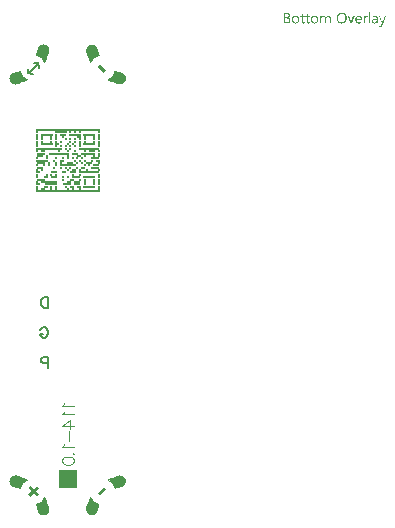
<source format=gbo>
G04*
G04 #@! TF.GenerationSoftware,Altium Limited,Altium Designer,22.4.2 (48)*
G04*
G04 Layer_Color=32896*
%FSAX45Y45*%
%MOMM*%
G71*
G04*
G04 #@! TF.SameCoordinates,69EBC29A-0566-45BE-847E-5E5AA8F2F2B9*
G04*
G04*
G04 #@! TF.FilePolarity,Positive*
G04*
G01*
G75*
%ADD10C,0.10000*%
%ADD11C,0.33000*%
%ADD12C,1.00000*%
%ADD13C,0.20000*%
%ADD14C,0.17000*%
%ADD32R,1.59218X1.57501*%
%ADD33R,5.40000X0.20000*%
%ADD34R,0.20000X0.20000*%
%ADD35R,1.00000X0.20000*%
%ADD36R,0.60000X0.20000*%
%ADD37R,0.40000X0.20000*%
%ADD38R,0.20000X0.20000*%
%ADD39R,0.20000X0.20000*%
%ADD40R,0.40000X0.20000*%
%ADD41R,1.80000X0.20000*%
%ADD42R,2.20000X0.20000*%
%ADD43R,0.60000X0.20000*%
%ADD44R,1.20000X0.20000*%
%ADD45R,0.80000X0.20000*%
%ADD46R,0.40000X0.20000*%
%ADD47R,0.60000X0.20000*%
%ADD48R,0.80000X0.20000*%
%ADD49R,1.40000X0.20000*%
%ADD50R,0.40000X0.20000*%
%ADD51R,0.80000X0.20000*%
%ADD52R,1.00000X0.20000*%
G36*
X-000288727Y000228860D02*
X-000261797Y000255790D01*
X-000243844Y000237837D01*
X-000270774Y000210907D01*
X-000243936Y000184069D01*
X-000261889Y000166115D01*
X-000288727Y000192954D01*
X-000315840Y000165841D01*
X-000333794Y000183794D01*
X-000306681Y000210907D01*
X-000333885Y000238112D01*
X-000315932Y000256065D01*
X-000288727Y000228860D01*
D02*
G37*
G36*
X000324826Y000224827D02*
X000275173Y000175174D01*
X000255152Y000195195D01*
X000304805Y000244848D01*
X000324826Y000224827D01*
D02*
G37*
G36*
X000324826Y003775173D02*
X000304805Y003755152D01*
X000255151Y003804805D01*
X000275173Y003824826D01*
X000324826Y003775173D01*
D02*
G37*
G36*
X002207831Y004237625D02*
X002208302D01*
X002208852Y004237547D01*
X002210186Y004237311D01*
X002211756Y004236919D01*
X002213561Y004236369D01*
X002215445Y004235506D01*
X002217407Y004234486D01*
X002218427Y004233779D01*
X002219369Y004233073D01*
X002220311Y004232288D01*
X002221253Y004231346D01*
X002222194Y004230326D01*
X002223058Y004229227D01*
X002223843Y004228050D01*
X002224628Y004226715D01*
X002225334Y004225303D01*
X002225962Y004223733D01*
X002226511Y004222085D01*
X002227061Y004220280D01*
X002227375Y004218396D01*
X002227688Y004216277D01*
X002227845Y004214079D01*
X002227924Y004211725D01*
Y004172482D01*
X002217721D01*
Y004209056D01*
Y004209213D01*
Y004209527D01*
Y004210076D01*
X002217642Y004210783D01*
Y004211646D01*
X002217564Y004212666D01*
X002217485Y004213765D01*
X002217328Y004214943D01*
X002216936Y004217454D01*
X002216308Y004219966D01*
X002215994Y004221221D01*
X002215523Y004222320D01*
X002214974Y004223419D01*
X002214424Y004224361D01*
Y004224439D01*
X002214267Y004224596D01*
X002214110Y004224832D01*
X002213796Y004225067D01*
X002213482Y004225460D01*
X002213012Y004225852D01*
X002212462Y004226245D01*
X002211834Y004226715D01*
X002211128Y004227186D01*
X002210343Y004227579D01*
X002209401Y004227971D01*
X002208459Y004228364D01*
X002207361Y004228599D01*
X002206105Y004228835D01*
X002204849Y004228992D01*
X002203436Y004229070D01*
X002202808D01*
X002202337Y004228992D01*
X002201788Y004228913D01*
X002201160Y004228756D01*
X002199590Y004228364D01*
X002198727Y004228050D01*
X002197864Y004227579D01*
X002196922Y004227108D01*
X002196059Y004226558D01*
X002195117Y004225852D01*
X002194175Y004225067D01*
X002193233Y004224125D01*
X002192370Y004223105D01*
X002192291Y004223027D01*
X002192213Y004222870D01*
X002191977Y004222477D01*
X002191663Y004222085D01*
X002191349Y004221457D01*
X002190957Y004220751D01*
X002190486Y004219966D01*
X002190094Y004219102D01*
X002189701Y004218082D01*
X002189230Y004216983D01*
X002188838Y004215806D01*
X002188524Y004214550D01*
X002188210Y004213216D01*
X002188053Y004211803D01*
X002187896Y004210390D01*
X002187818Y004208821D01*
Y004172482D01*
X002177614D01*
Y004210312D01*
Y004210390D01*
Y004210547D01*
Y004210783D01*
Y004211097D01*
X002177536Y004211568D01*
Y004212039D01*
X002177379Y004213216D01*
X002177143Y004214629D01*
X002176830Y004216277D01*
X002176437Y004217925D01*
X002175809Y004219730D01*
X002175024Y004221457D01*
X002174083Y004223105D01*
X002172905Y004224753D01*
X002171492Y004226166D01*
X002169844Y004227343D01*
X002168902Y004227814D01*
X002167882Y004228285D01*
X002166783Y004228599D01*
X002165685Y004228835D01*
X002164429Y004228992D01*
X002163094Y004229070D01*
X002162467D01*
X002161996Y004228992D01*
X002161368Y004228913D01*
X002160740Y004228756D01*
X002159170Y004228364D01*
X002158307Y004228050D01*
X002157443Y004227657D01*
X002156502Y004227265D01*
X002155560Y004226715D01*
X002154618Y004226009D01*
X002153676Y004225303D01*
X002152813Y004224439D01*
X002151949Y004223419D01*
X002151871Y004223341D01*
X002151792Y004223184D01*
X002151557Y004222870D01*
X002151243Y004222399D01*
X002150929Y004221849D01*
X002150615Y004221221D01*
X002150223Y004220437D01*
X002149830Y004219495D01*
X002149359Y004218474D01*
X002148967Y004217376D01*
X002148653Y004216198D01*
X002148339Y004214943D01*
X002148025Y004213530D01*
X002147790Y004212039D01*
X002147711Y004210469D01*
X002147633Y004208821D01*
Y004172482D01*
X002137430D01*
Y004236212D01*
X002147633D01*
Y004226088D01*
X002147868D01*
X002147947Y004226245D01*
X002148182Y004226558D01*
X002148575Y004227186D01*
X002149124Y004227893D01*
X002149830Y004228756D01*
X002150694Y004229776D01*
X002151714Y004230797D01*
X002152891Y004231896D01*
X002154226Y004232994D01*
X002155717Y004234015D01*
X002157365Y004235035D01*
X002159092Y004235898D01*
X002161054Y004236605D01*
X002163173Y004237233D01*
X002165371Y004237547D01*
X002167725Y004237703D01*
X002168353D01*
X002168824Y004237625D01*
X002169373D01*
X002170080Y004237547D01*
X002170786Y004237390D01*
X002171571Y004237233D01*
X002173376Y004236840D01*
X002175260Y004236134D01*
X002177143Y004235270D01*
X002178085Y004234643D01*
X002179027Y004234015D01*
X002179106Y004233936D01*
X002179263Y004233858D01*
X002179498Y004233622D01*
X002179812Y004233387D01*
X002180675Y004232523D01*
X002181696Y004231503D01*
X002182794Y004230090D01*
X002183893Y004228442D01*
X002184914Y004226558D01*
X002185698Y004224439D01*
X002185777Y004224596D01*
X002186012Y004224989D01*
X002186483Y004225695D01*
X002187033Y004226480D01*
X002187818Y004227500D01*
X002188681Y004228678D01*
X002189780Y004229855D01*
X002191035Y004231111D01*
X002192448Y004232288D01*
X002194018Y004233544D01*
X002195745Y004234643D01*
X002197628Y004235663D01*
X002199747Y004236448D01*
X002201945Y004237154D01*
X002204378Y004237547D01*
X002206890Y004237703D01*
X002207439D01*
X002207831Y004237625D01*
D02*
G37*
G36*
X002534490Y004237233D02*
X002535354D01*
X002536295Y004237076D01*
X002537316Y004236919D01*
X002538336Y004236762D01*
X002539199Y004236448D01*
Y004225852D01*
X002539042Y004225931D01*
X002538728Y004226166D01*
X002538101Y004226480D01*
X002537237Y004226872D01*
X002536060Y004227265D01*
X002534804Y004227579D01*
X002533234Y004227814D01*
X002531429Y004227893D01*
X002530801D01*
X002530330Y004227814D01*
X002529781Y004227736D01*
X002529153Y004227579D01*
X002527662Y004227108D01*
X002526799Y004226794D01*
X002525935Y004226402D01*
X002524993Y004225852D01*
X002524052Y004225303D01*
X002523188Y004224596D01*
X002522246Y004223733D01*
X002521383Y004222791D01*
X002520520Y004221692D01*
X002520441Y004221614D01*
X002520363Y004221378D01*
X002520127Y004221064D01*
X002519813Y004220594D01*
X002519499Y004219966D01*
X002519107Y004219181D01*
X002518715Y004218317D01*
X002518322Y004217297D01*
X002517930Y004216198D01*
X002517537Y004214943D01*
X002517145Y004213530D01*
X002516831Y004212039D01*
X002516517Y004210390D01*
X002516281Y004208664D01*
X002516203Y004206858D01*
X002516125Y004204896D01*
Y004172482D01*
X002505921D01*
Y004236212D01*
X002516125D01*
Y004223027D01*
X002516360D01*
Y004223105D01*
X002516438Y004223341D01*
X002516595Y004223654D01*
X002516752Y004224125D01*
X002516988Y004224675D01*
X002517302Y004225381D01*
X002518008Y004226872D01*
X002518950Y004228599D01*
X002520127Y004230326D01*
X002521462Y004231974D01*
X002523031Y004233544D01*
X002523110Y004233622D01*
X002523267Y004233701D01*
X002523502Y004233858D01*
X002523816Y004234172D01*
X002524209Y004234407D01*
X002524758Y004234721D01*
X002525935Y004235427D01*
X002527426Y004236134D01*
X002529153Y004236762D01*
X002531037Y004237154D01*
X002532057Y004237233D01*
X002533077Y004237311D01*
X002533705D01*
X002534490Y004237233D01*
D02*
G37*
G36*
X002667367Y004162278D02*
Y004162200D01*
X002667289Y004162043D01*
X002667132Y004161808D01*
X002666975Y004161415D01*
X002666818Y004160944D01*
X002666582Y004160473D01*
X002665954Y004159217D01*
X002665091Y004157726D01*
X002664149Y004156000D01*
X002662972Y004154273D01*
X002661638Y004152389D01*
X002660146Y004150584D01*
X002658498Y004148779D01*
X002656693Y004147052D01*
X002654731Y004145561D01*
X002652612Y004144305D01*
X002651513Y004143834D01*
X002650336Y004143363D01*
X002649158Y004142971D01*
X002647903Y004142735D01*
X002646647Y004142578D01*
X002645312Y004142500D01*
X002644685D01*
X002643900Y004142578D01*
X002642958D01*
X002641938Y004142735D01*
X002640839Y004142892D01*
X002639661Y004143049D01*
X002638641Y004143363D01*
Y004152468D01*
X002638798Y004152389D01*
X002639191Y004152311D01*
X002639818Y004152154D01*
X002640603Y004151918D01*
X002641545Y004151683D01*
X002642565Y004151526D01*
X002643664Y004151447D01*
X002644685Y004151369D01*
X002644999D01*
X002645391Y004151447D01*
X002645940Y004151526D01*
X002646568Y004151683D01*
X002647353Y004151840D01*
X002648138Y004152154D01*
X002649080Y004152546D01*
X002649943Y004153017D01*
X002650963Y004153645D01*
X002651905Y004154351D01*
X002652847Y004155215D01*
X002653789Y004156314D01*
X002654731Y004157491D01*
X002655516Y004158904D01*
X002656301Y004160552D01*
X002661402Y004172560D01*
X002636522Y004236212D01*
X002647824D01*
X002665091Y004187159D01*
Y004187080D01*
X002665169Y004186923D01*
X002665248Y004186688D01*
X002665405Y004186217D01*
X002665562Y004185589D01*
X002665719Y004184725D01*
X002666033Y004183627D01*
X002666347Y004182292D01*
X002666739D01*
Y004182371D01*
X002666818Y004182606D01*
X002666896Y004182920D01*
X002667053Y004183470D01*
X002667210Y004184098D01*
X002667367Y004184882D01*
X002667681Y004185903D01*
X002667995Y004187002D01*
X002686125Y004236212D01*
X002696642D01*
X002667367Y004162278D01*
D02*
G37*
G36*
X002402948Y004172482D02*
X002392901D01*
X002368806Y004236212D01*
X002379951D01*
X002396198Y004189906D01*
Y004189827D01*
X002396276Y004189670D01*
X002396355Y004189435D01*
X002396512Y004189042D01*
X002396669Y004188571D01*
X002396826Y004188100D01*
X002397140Y004186845D01*
X002397532Y004185510D01*
X002397925Y004184019D01*
X002398160Y004182449D01*
X002398396Y004180958D01*
X002398631D01*
Y004181037D01*
Y004181194D01*
X002398709Y004181429D01*
X002398788Y004181743D01*
Y004182214D01*
X002398945Y004182685D01*
X002399102Y004183862D01*
X002399416Y004185196D01*
X002399730Y004186609D01*
X002400201Y004188100D01*
X002400672Y004189592D01*
X002417546Y004236212D01*
X002428299D01*
X002402948Y004172482D01*
D02*
G37*
G36*
X002605206Y004237625D02*
X002605756D01*
X002606305Y004237547D01*
X002607011Y004237468D01*
X002607796Y004237311D01*
X002609444Y004236997D01*
X002611407Y004236448D01*
X002613369Y004235741D01*
X002615488Y004234721D01*
X002617607Y004233465D01*
X002618627Y004232759D01*
X002619648Y004231896D01*
X002620589Y004230954D01*
X002621531Y004230012D01*
X002622395Y004228913D01*
X002623179Y004227657D01*
X002623964Y004226402D01*
X002624671Y004224989D01*
X002625220Y004223419D01*
X002625769Y004221771D01*
X002626162Y004220044D01*
X002626476Y004218082D01*
X002626633Y004216120D01*
X002626711Y004213922D01*
Y004172482D01*
X002616508D01*
Y004182371D01*
X002616273D01*
X002616194Y004182214D01*
X002615959Y004181900D01*
X002615566Y004181351D01*
X002615017Y004180566D01*
X002614310Y004179702D01*
X002613447Y004178761D01*
X002612505Y004177740D01*
X002611328Y004176720D01*
X002609994Y004175621D01*
X002608581Y004174601D01*
X002606933Y004173659D01*
X002605206Y004172796D01*
X002603244Y004172011D01*
X002601203Y004171461D01*
X002599006Y004171147D01*
X002596651Y004170990D01*
X002595709D01*
X002595081Y004171069D01*
X002594297Y004171147D01*
X002593355Y004171226D01*
X002592334Y004171383D01*
X002591236Y004171618D01*
X002588803Y004172246D01*
X002587625Y004172639D01*
X002586369Y004173110D01*
X002585114Y004173659D01*
X002583936Y004174365D01*
X002582838Y004175150D01*
X002581739Y004176013D01*
X002581660Y004176092D01*
X002581503Y004176249D01*
X002581268Y004176563D01*
X002580875Y004176955D01*
X002580483Y004177426D01*
X002580091Y004178054D01*
X002579541Y004178761D01*
X002579070Y004179545D01*
X002578599Y004180487D01*
X002578128Y004181508D01*
X002577658Y004182606D01*
X002577265Y004183784D01*
X002576873Y004185039D01*
X002576637Y004186374D01*
X002576480Y004187865D01*
X002576402Y004189356D01*
Y004189435D01*
Y004189592D01*
Y004189827D01*
X002576480Y004190141D01*
Y004190533D01*
X002576559Y004191004D01*
X002576716Y004192182D01*
X002577030Y004193594D01*
X002577501Y004195164D01*
X002578128Y004196891D01*
X002579070Y004198696D01*
X002580169Y004200501D01*
X002581503Y004202306D01*
X002582367Y004203170D01*
X002583230Y004204033D01*
X002584250Y004204896D01*
X002585271Y004205681D01*
X002586448Y004206466D01*
X002587704Y004207172D01*
X002589038Y004207800D01*
X002590529Y004208428D01*
X002592099Y004208978D01*
X002593747Y004209449D01*
X002595552Y004209841D01*
X002597436Y004210155D01*
X002616508Y004212823D01*
Y004212902D01*
Y004212980D01*
Y004213216D01*
Y004213530D01*
X002616430Y004214315D01*
X002616273Y004215335D01*
X002616116Y004216591D01*
X002615802Y004218004D01*
X002615409Y004219416D01*
X002614860Y004220986D01*
X002614154Y004222477D01*
X002613290Y004223968D01*
X002612270Y004225303D01*
X002611014Y004226558D01*
X002609444Y004227579D01*
X002607718Y004228364D01*
X002606776Y004228678D01*
X002605677Y004228913D01*
X002604578Y004228992D01*
X002603401Y004229070D01*
X002602852D01*
X002602302Y004228992D01*
X002601439Y004228913D01*
X002600418Y004228835D01*
X002599241Y004228678D01*
X002597907Y004228442D01*
X002596494Y004228128D01*
X002594924Y004227657D01*
X002593276Y004227186D01*
X002591550Y004226558D01*
X002589744Y004225774D01*
X002587939Y004224832D01*
X002586134Y004223811D01*
X002584329Y004222634D01*
X002582602Y004221221D01*
Y004231660D01*
X002582681Y004231739D01*
X002582995Y004231896D01*
X002583544Y004232209D01*
X002584250Y004232602D01*
X002585192Y004233073D01*
X002586213Y004233544D01*
X002587468Y004234093D01*
X002588881Y004234721D01*
X002590372Y004235270D01*
X002592020Y004235820D01*
X002593826Y004236291D01*
X002595709Y004236762D01*
X002597750Y004237154D01*
X002599791Y004237468D01*
X002601988Y004237625D01*
X002604264Y004237703D01*
X002604814D01*
X002605206Y004237625D01*
D02*
G37*
G36*
X002560469Y004172482D02*
X002550266D01*
Y004266822D01*
X002560469D01*
Y004172482D01*
D02*
G37*
G36*
X001857313Y004261642D02*
X001858255Y004261563D01*
X001859354Y004261406D01*
X001860609Y004261249D01*
X001862022Y004261014D01*
X001863435Y004260700D01*
X001864926Y004260307D01*
X001866496Y004259837D01*
X001867987Y004259287D01*
X001869557Y004258659D01*
X001870970Y004257874D01*
X001872382Y004257011D01*
X001873717Y004255991D01*
X001873795Y004255912D01*
X001874031Y004255755D01*
X001874344Y004255441D01*
X001874737Y004254970D01*
X001875286Y004254421D01*
X001875836Y004253715D01*
X001876464Y004252930D01*
X001877091Y004252066D01*
X001877719Y004251046D01*
X001878347Y004249947D01*
X001878897Y004248692D01*
X001879446Y004247436D01*
X001879839Y004246023D01*
X001880152Y004244532D01*
X001880388Y004242962D01*
X001880466Y004241314D01*
Y004241235D01*
Y004241000D01*
Y004240607D01*
X001880388Y004240058D01*
X001880309Y004239352D01*
X001880231Y004238645D01*
X001880152Y004237782D01*
X001879995Y004236840D01*
X001879446Y004234721D01*
X001878740Y004232523D01*
X001878269Y004231346D01*
X001877719Y004230247D01*
X001877091Y004229149D01*
X001876385Y004228050D01*
X001876307Y004227971D01*
X001876228Y004227814D01*
X001875993Y004227500D01*
X001875600Y004227108D01*
X001875208Y004226715D01*
X001874737Y004226166D01*
X001874109Y004225617D01*
X001873481Y004224989D01*
X001872696Y004224361D01*
X001871833Y004223654D01*
X001870891Y004223027D01*
X001869871Y004222320D01*
X001868772Y004221692D01*
X001867673Y004221143D01*
X001865083Y004220123D01*
Y004219887D01*
X001865162D01*
X001865476Y004219809D01*
X001865946Y004219730D01*
X001866574Y004219652D01*
X001867359Y004219495D01*
X001868223Y004219259D01*
X001869243Y004218945D01*
X001870263Y004218631D01*
X001872539Y004217768D01*
X001873795Y004217219D01*
X001874972Y004216512D01*
X001876150Y004215806D01*
X001877327Y004215021D01*
X001878504Y004214079D01*
X001879525Y004213059D01*
X001879603Y004212980D01*
X001879760Y004212823D01*
X001879995Y004212509D01*
X001880388Y004212039D01*
X001880780Y004211411D01*
X001881251Y004210783D01*
X001881722Y004209919D01*
X001882272Y004209056D01*
X001882742Y004208036D01*
X001883213Y004206858D01*
X001883684Y004205681D01*
X001884077Y004204347D01*
X001884469Y004202856D01*
X001884705Y004201364D01*
X001884862Y004199795D01*
X001884940Y004198068D01*
Y004197911D01*
Y004197597D01*
X001884862Y004196969D01*
X001884783Y004196184D01*
X001884705Y004195164D01*
X001884469Y004194065D01*
X001884234Y004192809D01*
X001883920Y004191475D01*
X001883449Y004189984D01*
X001882899Y004188493D01*
X001882272Y004187002D01*
X001881487Y004185432D01*
X001880545Y004183862D01*
X001879446Y004182371D01*
X001878190Y004180958D01*
X001876699Y004179545D01*
X001876621Y004179467D01*
X001876307Y004179231D01*
X001875836Y004178917D01*
X001875208Y004178447D01*
X001874423Y004177897D01*
X001873403Y004177348D01*
X001872304Y004176641D01*
X001871048Y004176013D01*
X001869557Y004175386D01*
X001867987Y004174758D01*
X001866339Y004174130D01*
X001864455Y004173580D01*
X001862493Y004173110D01*
X001860452Y004172796D01*
X001858255Y004172560D01*
X001855979Y004172482D01*
X001830000D01*
Y004261720D01*
X001856450D01*
X001857313Y004261642D01*
D02*
G37*
G36*
X002033043Y004236212D02*
X002049133D01*
Y004227422D01*
X002033043D01*
Y004191554D01*
Y004191475D01*
Y004191240D01*
Y004190926D01*
Y004190533D01*
X002033122Y004189984D01*
X002033200Y004189356D01*
X002033357Y004188022D01*
X002033593Y004186452D01*
X002033985Y004184961D01*
X002034534Y004183548D01*
X002034848Y004182920D01*
X002035241Y004182371D01*
X002035319Y004182292D01*
X002035633Y004181978D01*
X002036183Y004181508D01*
X002036967Y004181037D01*
X002037988Y004180487D01*
X002039244Y004180095D01*
X002040735Y004179781D01*
X002042461Y004179624D01*
X002043089D01*
X002043796Y004179702D01*
X002044738Y004179859D01*
X002045758Y004180173D01*
X002046935Y004180487D01*
X002048034Y004181037D01*
X002049133Y004181743D01*
Y004173031D01*
X002049054D01*
X002048976Y004172953D01*
X002048740Y004172874D01*
X002048505Y004172717D01*
X002047642Y004172403D01*
X002046621Y004172089D01*
X002045209Y004171775D01*
X002043560Y004171461D01*
X002041677Y004171226D01*
X002039558Y004171147D01*
X002038851D01*
X002037988Y004171304D01*
X002036967Y004171461D01*
X002035712Y004171697D01*
X002034299Y004172168D01*
X002032729Y004172717D01*
X002031238Y004173502D01*
X002029668Y004174444D01*
X002028099Y004175700D01*
X002026686Y004177191D01*
X002026058Y004178054D01*
X002025430Y004178996D01*
X002024881Y004180016D01*
X002024410Y004181115D01*
X002023939Y004182292D01*
X002023546Y004183627D01*
X002023232Y004184961D01*
X002022997Y004186452D01*
X002022918Y004188022D01*
X002022840Y004189749D01*
Y004227422D01*
X002011930D01*
Y004236212D01*
X002022840D01*
Y004251752D01*
X002033043Y004255049D01*
Y004236212D01*
D02*
G37*
G36*
X001989876D02*
X002005966D01*
Y004227422D01*
X001989876D01*
Y004191554D01*
Y004191475D01*
Y004191240D01*
Y004190926D01*
Y004190533D01*
X001989954Y004189984D01*
X001990033Y004189356D01*
X001990190Y004188022D01*
X001990425Y004186452D01*
X001990818Y004184961D01*
X001991367Y004183548D01*
X001991681Y004182920D01*
X001992073Y004182371D01*
X001992152Y004182292D01*
X001992466Y004181978D01*
X001993015Y004181508D01*
X001993800Y004181037D01*
X001994820Y004180487D01*
X001996076Y004180095D01*
X001997568Y004179781D01*
X001999294Y004179624D01*
X001999922D01*
X002000628Y004179702D01*
X002001570Y004179859D01*
X002002591Y004180173D01*
X002003768Y004180487D01*
X002004867Y004181037D01*
X002005966Y004181743D01*
Y004173031D01*
X002005887D01*
X002005809Y004172953D01*
X002005573Y004172874D01*
X002005338Y004172717D01*
X002004474Y004172403D01*
X002003454Y004172089D01*
X002002041Y004171775D01*
X002000393Y004171461D01*
X001998509Y004171226D01*
X001996390Y004171147D01*
X001995684D01*
X001994820Y004171304D01*
X001993800Y004171461D01*
X001992544Y004171697D01*
X001991132Y004172168D01*
X001989562Y004172717D01*
X001988071Y004173502D01*
X001986501Y004174444D01*
X001984931Y004175700D01*
X001983519Y004177191D01*
X001982891Y004178054D01*
X001982263Y004178996D01*
X001981713Y004180016D01*
X001981242Y004181115D01*
X001980772Y004182292D01*
X001980379Y004183627D01*
X001980065Y004184961D01*
X001979830Y004186452D01*
X001979751Y004188022D01*
X001979673Y004189749D01*
Y004227422D01*
X001968763D01*
Y004236212D01*
X001979673D01*
Y004251752D01*
X001989876Y004255049D01*
Y004236212D01*
D02*
G37*
G36*
X002465501Y004237625D02*
X002466364Y004237547D01*
X002467463Y004237468D01*
X002468640Y004237311D01*
X002469975Y004236997D01*
X002471387Y004236683D01*
X002472957Y004236291D01*
X002474527Y004235741D01*
X002476097Y004235035D01*
X002477745Y004234250D01*
X002479315Y004233308D01*
X002480806Y004232209D01*
X002482297Y004230954D01*
X002483631Y004229541D01*
X002483710Y004229462D01*
X002483945Y004229149D01*
X002484259Y004228678D01*
X002484730Y004228050D01*
X002485201Y004227265D01*
X002485829Y004226245D01*
X002486457Y004225067D01*
X002487085Y004223733D01*
X002487713Y004222163D01*
X002488340Y004220515D01*
X002488968Y004218631D01*
X002489439Y004216669D01*
X002489910Y004214472D01*
X002490224Y004212196D01*
X002490460Y004209684D01*
X002490538Y004207094D01*
Y004201757D01*
X002445487D01*
Y004201600D01*
Y004201286D01*
X002445566Y004200737D01*
X002445644Y004200030D01*
X002445723Y004199088D01*
X002445880Y004198068D01*
X002446037Y004196969D01*
X002446350Y004195713D01*
X002447057Y004193045D01*
X002447528Y004191711D01*
X002448077Y004190298D01*
X002448705Y004188964D01*
X002449411Y004187629D01*
X002450275Y004186452D01*
X002451217Y004185275D01*
X002451295Y004185196D01*
X002451452Y004185039D01*
X002451766Y004184725D01*
X002452237Y004184411D01*
X002452786Y004183941D01*
X002453493Y004183470D01*
X002454278Y004182920D01*
X002455141Y004182449D01*
X002456161Y004181900D01*
X002457338Y004181351D01*
X002458516Y004180880D01*
X002459929Y004180409D01*
X002461341Y004180095D01*
X002462911Y004179781D01*
X002464559Y004179624D01*
X002466286Y004179545D01*
X002466757D01*
X002467306Y004179624D01*
X002468091D01*
X002469033Y004179781D01*
X002470132Y004179938D01*
X002471387Y004180173D01*
X002472800Y004180409D01*
X002474291Y004180801D01*
X002475861Y004181272D01*
X002477509Y004181821D01*
X002479158Y004182528D01*
X002480884Y004183313D01*
X002482611Y004184255D01*
X002484338Y004185353D01*
X002486064Y004186609D01*
Y004177034D01*
X002485986Y004176955D01*
X002485672Y004176798D01*
X002485201Y004176484D01*
X002484573Y004176092D01*
X002483710Y004175621D01*
X002482689Y004175150D01*
X002481512Y004174601D01*
X002480178Y004174051D01*
X002478608Y004173423D01*
X002476960Y004172874D01*
X002475155Y004172403D01*
X002473193Y004171932D01*
X002471074Y004171540D01*
X002468797Y004171226D01*
X002466364Y004171069D01*
X002463853Y004170990D01*
X002463225D01*
X002462597Y004171069D01*
X002461655Y004171147D01*
X002460478Y004171226D01*
X002459144Y004171461D01*
X002457731Y004171697D01*
X002456161Y004172089D01*
X002454513Y004172560D01*
X002452786Y004173110D01*
X002450981Y004173816D01*
X002449254Y004174601D01*
X002447449Y004175621D01*
X002445801Y004176798D01*
X002444153Y004178133D01*
X002442662Y004179624D01*
X002442583Y004179702D01*
X002442348Y004180016D01*
X002441955Y004180566D01*
X002441484Y004181272D01*
X002440856Y004182135D01*
X002440229Y004183234D01*
X002439522Y004184490D01*
X002438816Y004185981D01*
X002438109Y004187551D01*
X002437403Y004189435D01*
X002436775Y004191397D01*
X002436147Y004193594D01*
X002435676Y004195949D01*
X002435284Y004198460D01*
X002435048Y004201207D01*
X002434970Y004204033D01*
Y004204111D01*
Y004204190D01*
Y004204425D01*
Y004204661D01*
X002435048Y004205446D01*
X002435127Y004206545D01*
X002435205Y004207800D01*
X002435441Y004209213D01*
X002435676Y004210861D01*
X002435990Y004212666D01*
X002436461Y004214550D01*
X002437011Y004216512D01*
X002437717Y004218553D01*
X002438502Y004220594D01*
X002439444Y004222556D01*
X002440621Y004224596D01*
X002441877Y004226480D01*
X002443368Y004228285D01*
X002443446Y004228364D01*
X002443760Y004228678D01*
X002444231Y004229149D01*
X002444859Y004229776D01*
X002445723Y004230483D01*
X002446743Y004231268D01*
X002447842Y004232131D01*
X002449176Y004232994D01*
X002450589Y004233858D01*
X002452237Y004234721D01*
X002453964Y004235506D01*
X002455769Y004236212D01*
X002457731Y004236840D01*
X002459850Y004237311D01*
X002462048Y004237625D01*
X002464324Y004237703D01*
X002464873D01*
X002465501Y004237625D01*
D02*
G37*
G36*
X002322264Y004263133D02*
X002322813D01*
X002323363Y004263054D01*
X002324069D01*
X002325639Y004262819D01*
X002327444Y004262584D01*
X002329485Y004262191D01*
X002331682Y004261642D01*
X002333959Y004261014D01*
X002336392Y004260150D01*
X002338825Y004259130D01*
X002341336Y004257953D01*
X002343848Y004256540D01*
X002346202Y004254892D01*
X002348557Y004252930D01*
X002350755Y004250732D01*
X002350911Y004250575D01*
X002351225Y004250183D01*
X002351775Y004249476D01*
X002352560Y004248456D01*
X002353345Y004247200D01*
X002354365Y004245709D01*
X002355385Y004243982D01*
X002356405Y004242020D01*
X002357426Y004239744D01*
X002358446Y004237311D01*
X002359466Y004234643D01*
X002360330Y004231739D01*
X002361036Y004228599D01*
X002361586Y004225303D01*
X002361900Y004221849D01*
X002362056Y004218160D01*
Y004218082D01*
Y004217925D01*
Y004217611D01*
Y004217219D01*
X002361978Y004216669D01*
Y004216041D01*
X002361900Y004215335D01*
Y004214550D01*
X002361821Y004213687D01*
X002361743Y004212745D01*
X002361429Y004210626D01*
X002361115Y004208193D01*
X002360644Y004205681D01*
X002360016Y004202934D01*
X002359231Y004200109D01*
X002358289Y004197283D01*
X002357190Y004194379D01*
X002355856Y004191554D01*
X002354286Y004188728D01*
X002352481Y004186138D01*
X002350441Y004183627D01*
X002350284Y004183470D01*
X002349891Y004183077D01*
X002349263Y004182449D01*
X002348321Y004181664D01*
X002347144Y004180723D01*
X002345731Y004179624D01*
X002344162Y004178525D01*
X002342278Y004177348D01*
X002340159Y004176170D01*
X002337804Y004174993D01*
X002335293Y004173894D01*
X002332546Y004172953D01*
X002329563Y004172168D01*
X002326424Y004171540D01*
X002323049Y004171147D01*
X002319517Y004170990D01*
X002318654D01*
X002318261Y004171069D01*
X002317712D01*
X002317084Y004171147D01*
X002316378Y004171226D01*
X002314729Y004171383D01*
X002312924Y004171618D01*
X002310805Y004172011D01*
X002308608Y004172560D01*
X002306174Y004173188D01*
X002303741Y004174051D01*
X002301230Y004175072D01*
X002298640Y004176249D01*
X002296128Y004177662D01*
X002293695Y004179388D01*
X002291262Y004181272D01*
X002289065Y004183470D01*
X002288908Y004183627D01*
X002288594Y004184019D01*
X002288044Y004184725D01*
X002287259Y004185746D01*
X002286396Y004187002D01*
X002285454Y004188493D01*
X002284434Y004190219D01*
X002283414Y004192260D01*
X002282315Y004194458D01*
X002281294Y004196891D01*
X002280353Y004199559D01*
X002279489Y004202463D01*
X002278704Y004205603D01*
X002278155Y004208899D01*
X002277841Y004212353D01*
X002277684Y004216041D01*
Y004216120D01*
Y004216277D01*
Y004216591D01*
Y004216983D01*
X002277763Y004217533D01*
Y004218082D01*
X002277841Y004218788D01*
Y004219573D01*
X002277919Y004220437D01*
X002278076Y004221457D01*
X002278312Y004223498D01*
X002278626Y004225852D01*
X002279175Y004228364D01*
X002279725Y004231111D01*
X002280510Y004233858D01*
X002281451Y004236683D01*
X002282550Y004239587D01*
X002283884Y004242413D01*
X002285454Y004245160D01*
X002287259Y004247828D01*
X002289300Y004250340D01*
X002289457Y004250497D01*
X002289849Y004250889D01*
X002290477Y004251517D01*
X002291419Y004252380D01*
X002292596Y004253322D01*
X002294088Y004254421D01*
X002295736Y004255598D01*
X002297619Y004256776D01*
X002299817Y004257953D01*
X002302172Y004259130D01*
X002304762Y004260229D01*
X002307587Y004261171D01*
X002310648Y004262034D01*
X002313866Y004262662D01*
X002317319Y004263054D01*
X002321008Y004263211D01*
X002321793D01*
X002322264Y004263133D01*
D02*
G37*
G36*
X002092222Y004237625D02*
X002093242Y004237547D01*
X002094419Y004237468D01*
X002095832Y004237233D01*
X002097323Y004236997D01*
X002098971Y004236605D01*
X002100777Y004236134D01*
X002102582Y004235584D01*
X002104387Y004234878D01*
X002106271Y004234015D01*
X002108076Y004232994D01*
X002109881Y004231817D01*
X002111529Y004230483D01*
X002113099Y004228913D01*
X002113177Y004228835D01*
X002113413Y004228521D01*
X002113805Y004227971D01*
X002114355Y004227265D01*
X002114983Y004226402D01*
X002115610Y004225303D01*
X002116395Y004224047D01*
X002117102Y004222556D01*
X002117887Y004220907D01*
X002118593Y004219102D01*
X002119221Y004217140D01*
X002119849Y004214943D01*
X002120398Y004212588D01*
X002120791Y004210076D01*
X002121026Y004207408D01*
X002121104Y004204582D01*
Y004204504D01*
Y004204425D01*
Y004204190D01*
Y004203876D01*
X002121026Y004203091D01*
X002120947Y004202071D01*
X002120869Y004200737D01*
X002120634Y004199245D01*
X002120398Y004197597D01*
X002120006Y004195792D01*
X002119535Y004193908D01*
X002118985Y004191868D01*
X002118279Y004189827D01*
X002117494Y004187786D01*
X002116474Y004185746D01*
X002115297Y004183784D01*
X002113962Y004181900D01*
X002112471Y004180095D01*
X002112393Y004180016D01*
X002112079Y004179702D01*
X002111608Y004179231D01*
X002110901Y004178682D01*
X002110038Y004177976D01*
X002109018Y004177191D01*
X002107762Y004176406D01*
X002106349Y004175543D01*
X002104779Y004174679D01*
X002103053Y004173894D01*
X002101169Y004173110D01*
X002099128Y004172403D01*
X002096852Y004171854D01*
X002094498Y004171383D01*
X002092065Y004171069D01*
X002089396Y004170990D01*
X002088768D01*
X002088062Y004171069D01*
X002087042Y004171147D01*
X002085864Y004171226D01*
X002084452Y004171461D01*
X002082960Y004171697D01*
X002081312Y004172089D01*
X002079507Y004172560D01*
X002077702Y004173188D01*
X002075818Y004173894D01*
X002073934Y004174758D01*
X002072051Y004175778D01*
X002070167Y004176955D01*
X002068440Y004178290D01*
X002066792Y004179859D01*
X002066714Y004179938D01*
X002066400Y004180252D01*
X002066007Y004180801D01*
X002065458Y004181508D01*
X002064830Y004182371D01*
X002064124Y004183470D01*
X002063417Y004184725D01*
X002062632Y004186217D01*
X002061848Y004187786D01*
X002061063Y004189592D01*
X002060356Y004191554D01*
X002059728Y004193673D01*
X002059179Y004195870D01*
X002058787Y004198304D01*
X002058473Y004200894D01*
X002058394Y004203562D01*
Y004203641D01*
Y004203719D01*
Y004203955D01*
Y004204268D01*
X002058473Y004205132D01*
X002058551Y004206231D01*
X002058630Y004207565D01*
X002058865Y004209135D01*
X002059101Y004210861D01*
X002059493Y004212745D01*
X002059964Y004214707D01*
X002060513Y004216748D01*
X002061220Y004218867D01*
X002062083Y004220986D01*
X002063103Y004223027D01*
X002064202Y004224989D01*
X002065536Y004226872D01*
X002067106Y004228678D01*
X002067185Y004228756D01*
X002067499Y004229070D01*
X002068048Y004229541D01*
X002068754Y004230090D01*
X002069618Y004230797D01*
X002070716Y004231503D01*
X002071972Y004232366D01*
X002073385Y004233230D01*
X002074955Y004234015D01*
X002076760Y004234878D01*
X002078722Y004235584D01*
X002080841Y004236291D01*
X002083117Y004236840D01*
X002085550Y004237311D01*
X002088140Y004237625D01*
X002090887Y004237703D01*
X002091515D01*
X002092222Y004237625D01*
D02*
G37*
G36*
X001931168D02*
X001932189Y004237547D01*
X001933366Y004237468D01*
X001934779Y004237233D01*
X001936270Y004236997D01*
X001937918Y004236605D01*
X001939723Y004236134D01*
X001941529Y004235584D01*
X001943334Y004234878D01*
X001945217Y004234015D01*
X001947023Y004232994D01*
X001948828Y004231817D01*
X001950476Y004230483D01*
X001952046Y004228913D01*
X001952124Y004228835D01*
X001952360Y004228521D01*
X001952752Y004227971D01*
X001953301Y004227265D01*
X001953929Y004226402D01*
X001954557Y004225303D01*
X001955342Y004224047D01*
X001956048Y004222556D01*
X001956833Y004220907D01*
X001957540Y004219102D01*
X001958168Y004217140D01*
X001958795Y004214943D01*
X001959345Y004212588D01*
X001959737Y004210076D01*
X001959973Y004207408D01*
X001960051Y004204582D01*
Y004204504D01*
Y004204425D01*
Y004204190D01*
Y004203876D01*
X001959973Y004203091D01*
X001959894Y004202071D01*
X001959816Y004200737D01*
X001959580Y004199245D01*
X001959345Y004197597D01*
X001958952Y004195792D01*
X001958481Y004193908D01*
X001957932Y004191868D01*
X001957226Y004189827D01*
X001956441Y004187786D01*
X001955421Y004185746D01*
X001954243Y004183784D01*
X001952909Y004181900D01*
X001951418Y004180095D01*
X001951339Y004180016D01*
X001951025Y004179702D01*
X001950554Y004179231D01*
X001949848Y004178682D01*
X001948985Y004177976D01*
X001947964Y004177191D01*
X001946709Y004176406D01*
X001945296Y004175543D01*
X001943726Y004174679D01*
X001941999Y004173894D01*
X001940116Y004173110D01*
X001938075Y004172403D01*
X001935799Y004171854D01*
X001933444Y004171383D01*
X001931011Y004171069D01*
X001928343Y004170990D01*
X001927715D01*
X001927009Y004171069D01*
X001925988Y004171147D01*
X001924811Y004171226D01*
X001923398Y004171461D01*
X001921907Y004171697D01*
X001920259Y004172089D01*
X001918454Y004172560D01*
X001916648Y004173188D01*
X001914765Y004173894D01*
X001912881Y004174758D01*
X001910997Y004175778D01*
X001909114Y004176955D01*
X001907387Y004178290D01*
X001905739Y004179859D01*
X001905660Y004179938D01*
X001905346Y004180252D01*
X001904954Y004180801D01*
X001904405Y004181508D01*
X001903777Y004182371D01*
X001903070Y004183470D01*
X001902364Y004184725D01*
X001901579Y004186217D01*
X001900794Y004187786D01*
X001900009Y004189592D01*
X001899303Y004191554D01*
X001898675Y004193673D01*
X001898126Y004195870D01*
X001897733Y004198304D01*
X001897419Y004200894D01*
X001897341Y004203562D01*
Y004203641D01*
Y004203719D01*
Y004203955D01*
Y004204268D01*
X001897419Y004205132D01*
X001897498Y004206231D01*
X001897576Y004207565D01*
X001897812Y004209135D01*
X001898047Y004210861D01*
X001898440Y004212745D01*
X001898911Y004214707D01*
X001899460Y004216748D01*
X001900166Y004218867D01*
X001901030Y004220986D01*
X001902050Y004223027D01*
X001903149Y004224989D01*
X001904483Y004226872D01*
X001906053Y004228678D01*
X001906131Y004228756D01*
X001906445Y004229070D01*
X001906995Y004229541D01*
X001907701Y004230090D01*
X001908564Y004230797D01*
X001909663Y004231503D01*
X001910919Y004232366D01*
X001912332Y004233230D01*
X001913901Y004234015D01*
X001915707Y004234878D01*
X001917669Y004235584D01*
X001919788Y004236291D01*
X001922064Y004236840D01*
X001924497Y004237311D01*
X001927087Y004237625D01*
X001929834Y004237703D01*
X001930462D01*
X001931168Y004237625D01*
D02*
G37*
%LPC*%
G36*
X002616508Y004204661D02*
X002601125Y004202542D01*
X002601046D01*
X002600811Y004202463D01*
X002600418D01*
X002599948Y004202385D01*
X002599398Y004202228D01*
X002598692Y004202071D01*
X002597122Y004201757D01*
X002595395Y004201286D01*
X002593669Y004200658D01*
X002591942Y004199873D01*
X002591157Y004199481D01*
X002590451Y004199010D01*
X002590294Y004198853D01*
X002589901Y004198539D01*
X002589273Y004197911D01*
X002588646Y004196969D01*
X002588018Y004195713D01*
X002587704Y004195007D01*
X002587390Y004194222D01*
X002587154Y004193359D01*
X002586997Y004192339D01*
X002586919Y004191318D01*
X002586840Y004190141D01*
Y004190062D01*
Y004189906D01*
Y004189670D01*
X002586919Y004189356D01*
X002586997Y004188493D01*
X002587233Y004187394D01*
X002587625Y004186217D01*
X002588253Y004184882D01*
X002589038Y004183627D01*
X002590137Y004182449D01*
X002590215D01*
X002590294Y004182292D01*
X002590765Y004181978D01*
X002591471Y004181508D01*
X002592491Y004181037D01*
X002593826Y004180487D01*
X002595317Y004180016D01*
X002597122Y004179702D01*
X002599084Y004179545D01*
X002599791D01*
X002600340Y004179624D01*
X002600968Y004179702D01*
X002601753Y004179859D01*
X002602538Y004180016D01*
X002603479Y004180252D01*
X002605442Y004180880D01*
X002606462Y004181272D01*
X002607561Y004181821D01*
X002608581Y004182449D01*
X002609601Y004183156D01*
X002610622Y004183941D01*
X002611563Y004184882D01*
X002611642Y004184961D01*
X002611799Y004185118D01*
X002612034Y004185432D01*
X002612348Y004185824D01*
X002612741Y004186374D01*
X002613133Y004187002D01*
X002613604Y004187708D01*
X002614075Y004188571D01*
X002614467Y004189513D01*
X002614938Y004190533D01*
X002615331Y004191632D01*
X002615723Y004192809D01*
X002616037Y004194065D01*
X002616273Y004195400D01*
X002616430Y004196812D01*
X002616508Y004198304D01*
Y004204661D01*
D02*
G37*
G36*
X001854017Y004252223D02*
X001840439D01*
Y004223419D01*
X001851976D01*
X001852525Y004223498D01*
X001853232Y004223576D01*
X001854095Y004223654D01*
X001855037Y004223733D01*
X001856057Y004223968D01*
X001858176Y004224439D01*
X001860452Y004225146D01*
X001861551Y004225617D01*
X001862650Y004226166D01*
X001863670Y004226794D01*
X001864612Y004227500D01*
X001864691Y004227579D01*
X001864848Y004227657D01*
X001865083Y004227971D01*
X001865397Y004228285D01*
X001865790Y004228678D01*
X001866182Y004229227D01*
X001866653Y004229855D01*
X001867124Y004230561D01*
X001867516Y004231346D01*
X001867987Y004232209D01*
X001868380Y004233151D01*
X001868772Y004234172D01*
X001869086Y004235349D01*
X001869321Y004236526D01*
X001869478Y004237860D01*
X001869557Y004239195D01*
Y004239352D01*
Y004239744D01*
X001869478Y004240372D01*
X001869321Y004241235D01*
X001869007Y004242256D01*
X001868693Y004243354D01*
X001868144Y004244532D01*
X001867438Y004245709D01*
X001866496Y004246965D01*
X001865397Y004248142D01*
X001863984Y004249241D01*
X001862336Y004250183D01*
X001861394Y004250654D01*
X001860374Y004251046D01*
X001859275Y004251360D01*
X001858098Y004251674D01*
X001856842Y004251909D01*
X001855429Y004252066D01*
X001854017Y004252223D01*
D02*
G37*
G36*
X001852447Y004214001D02*
X001840439D01*
Y004181900D01*
X001855508D01*
X001856136Y004181978D01*
X001856921Y004182057D01*
X001857784Y004182135D01*
X001858804Y004182292D01*
X001859903Y004182449D01*
X001862179Y004182920D01*
X001864534Y004183705D01*
X001865711Y004184255D01*
X001866810Y004184804D01*
X001867830Y004185432D01*
X001868850Y004186217D01*
X001868929Y004186295D01*
X001869086Y004186452D01*
X001869321Y004186688D01*
X001869635Y004187002D01*
X001870028Y004187472D01*
X001870499Y004188022D01*
X001870891Y004188650D01*
X001871441Y004189356D01*
X001871911Y004190219D01*
X001872304Y004191083D01*
X001872775Y004192103D01*
X001873167Y004193123D01*
X001873481Y004194301D01*
X001873717Y004195557D01*
X001873874Y004196812D01*
X001873952Y004198225D01*
Y004198304D01*
Y004198382D01*
Y004198617D01*
X001873874Y004198931D01*
X001873795Y004199716D01*
X001873638Y004200658D01*
X001873324Y004201914D01*
X001872853Y004203248D01*
X001872147Y004204661D01*
X001871284Y004206152D01*
X001870106Y004207565D01*
X001869478Y004208271D01*
X001868693Y004208978D01*
X001867909Y004209684D01*
X001866967Y004210312D01*
X001865946Y004210940D01*
X001864848Y004211568D01*
X001863670Y004212039D01*
X001862415Y004212509D01*
X001861002Y004212980D01*
X001859511Y004213294D01*
X001857941Y004213608D01*
X001856214Y004213844D01*
X001854409Y004213922D01*
X001852447Y004214001D01*
D02*
G37*
G36*
X002464167Y004229070D02*
X002463460D01*
X002462989Y004228992D01*
X002462362Y004228913D01*
X002461577Y004228835D01*
X002460792Y004228678D01*
X002459929Y004228442D01*
X002457966Y004227814D01*
X002456946Y004227422D01*
X002455926Y004226872D01*
X002454905Y004226323D01*
X002453807Y004225617D01*
X002452865Y004224832D01*
X002451844Y004223890D01*
X002451766Y004223811D01*
X002451609Y004223654D01*
X002451374Y004223341D01*
X002451060Y004222948D01*
X002450667Y004222399D01*
X002450196Y004221849D01*
X002449725Y004221064D01*
X002449176Y004220280D01*
X002448627Y004219338D01*
X002448156Y004218317D01*
X002447606Y004217219D01*
X002447135Y004216041D01*
X002446664Y004214707D01*
X002446272Y004213373D01*
X002445880Y004211882D01*
X002445644Y004210390D01*
X002480099D01*
Y004210469D01*
Y004210783D01*
Y004211254D01*
X002480021Y004211882D01*
X002479942Y004212588D01*
X002479864Y004213451D01*
X002479707Y004214393D01*
X002479550Y004215413D01*
X002479001Y004217611D01*
X002478216Y004219966D01*
X002477745Y004221064D01*
X002477195Y004222163D01*
X002476568Y004223184D01*
X002475783Y004224125D01*
X002475704Y004224204D01*
X002475626Y004224361D01*
X002475390Y004224596D01*
X002474998Y004224910D01*
X002474605Y004225303D01*
X002474056Y004225695D01*
X002473507Y004226166D01*
X002472800Y004226637D01*
X002472015Y004227029D01*
X002471152Y004227500D01*
X002470132Y004227893D01*
X002469111Y004228285D01*
X002468013Y004228599D01*
X002466835Y004228835D01*
X002465501Y004228992D01*
X002464167Y004229070D01*
D02*
G37*
G36*
X002320223Y004253715D02*
X002319596D01*
X002318889Y004253636D01*
X002317869Y004253558D01*
X002316692Y004253401D01*
X002315279Y004253165D01*
X002313788Y004252851D01*
X002312139Y004252459D01*
X002310334Y004251909D01*
X002308451Y004251282D01*
X002306567Y004250418D01*
X002304683Y004249476D01*
X002302721Y004248299D01*
X002300916Y004246965D01*
X002299111Y004245395D01*
X002297384Y004243590D01*
X002297306Y004243511D01*
X002296992Y004243119D01*
X002296599Y004242570D01*
X002296050Y004241785D01*
X002295343Y004240764D01*
X002294637Y004239509D01*
X002293852Y004238096D01*
X002293067Y004236448D01*
X002292204Y004234643D01*
X002291419Y004232602D01*
X002290713Y004230404D01*
X002290006Y004228050D01*
X002289457Y004225538D01*
X002289065Y004222791D01*
X002288751Y004219966D01*
X002288672Y004216905D01*
Y004216826D01*
Y004216748D01*
Y004216512D01*
Y004216198D01*
Y004215806D01*
X002288751Y004215335D01*
X002288829Y004214158D01*
X002288908Y004212745D01*
X002289143Y004211175D01*
X002289378Y004209370D01*
X002289771Y004207408D01*
X002290163Y004205367D01*
X002290791Y004203170D01*
X002291419Y004200972D01*
X002292282Y004198774D01*
X002293224Y004196577D01*
X002294402Y004194379D01*
X002295736Y004192339D01*
X002297227Y004190376D01*
X002297306Y004190298D01*
X002297619Y004189984D01*
X002298090Y004189435D01*
X002298797Y004188807D01*
X002299660Y004188022D01*
X002300680Y004187237D01*
X002301858Y004186295D01*
X002303192Y004185353D01*
X002304762Y004184411D01*
X002306410Y004183548D01*
X002308294Y004182685D01*
X002310256Y004181900D01*
X002312375Y004181272D01*
X002314651Y004180801D01*
X002317006Y004180409D01*
X002319517Y004180330D01*
X002320145D01*
X002320930Y004180409D01*
X002321950Y004180487D01*
X002323206Y004180644D01*
X002324619Y004180801D01*
X002326188Y004181115D01*
X002327915Y004181508D01*
X002329720Y004182057D01*
X002331604Y004182685D01*
X002333566Y004183470D01*
X002335450Y004184411D01*
X002337412Y004185432D01*
X002339217Y004186766D01*
X002341022Y004188257D01*
X002342670Y004189906D01*
X002342749Y004189984D01*
X002343063Y004190376D01*
X002343455Y004190926D01*
X002344005Y004191711D01*
X002344633Y004192653D01*
X002345339Y004193830D01*
X002346124Y004195243D01*
X002346909Y004196891D01*
X002347694Y004198696D01*
X002348478Y004200658D01*
X002349185Y004202856D01*
X002349813Y004205289D01*
X002350362Y004207879D01*
X002350755Y004210626D01*
X002351068Y004213608D01*
X002351147Y004216748D01*
Y004216826D01*
Y004216983D01*
Y004217219D01*
Y004217533D01*
Y004217925D01*
X002351068Y004218474D01*
X002350990Y004219652D01*
X002350911Y004221143D01*
X002350676Y004222870D01*
X002350441Y004224753D01*
X002350127Y004226794D01*
X002349656Y004228913D01*
X002349106Y004231189D01*
X002348478Y004233465D01*
X002347694Y004235741D01*
X002346752Y004237939D01*
X002345653Y004240137D01*
X002344397Y004242177D01*
X002342906Y004244061D01*
X002342827Y004244139D01*
X002342513Y004244453D01*
X002342043Y004244924D01*
X002341415Y004245552D01*
X002340551Y004246337D01*
X002339531Y004247122D01*
X002338354Y004247985D01*
X002337019Y004248927D01*
X002335450Y004249790D01*
X002333723Y004250654D01*
X002331918Y004251517D01*
X002329877Y004252223D01*
X002327680Y004252851D01*
X002325325Y004253322D01*
X002322892Y004253636D01*
X002320223Y004253715D01*
D02*
G37*
G36*
X002090103Y004229070D02*
X002089710D01*
X002089161Y004228992D01*
X002088454D01*
X002087669Y004228835D01*
X002086728Y004228756D01*
X002085629Y004228521D01*
X002084452Y004228207D01*
X002083274Y004227893D01*
X002082018Y004227422D01*
X002080684Y004226872D01*
X002079428Y004226245D01*
X002078094Y004225460D01*
X002076838Y004224596D01*
X002075661Y004223576D01*
X002074562Y004222399D01*
X002074484Y004222320D01*
X002074327Y004222085D01*
X002074013Y004221692D01*
X002073699Y004221143D01*
X002073228Y004220515D01*
X002072757Y004219652D01*
X002072208Y004218710D01*
X002071737Y004217611D01*
X002071187Y004216355D01*
X002070638Y004214943D01*
X002070167Y004213451D01*
X002069696Y004211803D01*
X002069382Y004209998D01*
X002069068Y004208114D01*
X002068911Y004206074D01*
X002068833Y004203955D01*
Y004203798D01*
Y004203484D01*
X002068911Y004202856D01*
Y004202071D01*
X002068990Y004201129D01*
X002069147Y004200030D01*
X002069304Y004198774D01*
X002069539Y004197440D01*
X002069853Y004196027D01*
X002070246Y004194615D01*
X002070716Y004193123D01*
X002071266Y004191632D01*
X002071894Y004190141D01*
X002072679Y004188728D01*
X002073542Y004187315D01*
X002074562Y004186060D01*
X002074641Y004185981D01*
X002074798Y004185746D01*
X002075190Y004185432D01*
X002075661Y004185039D01*
X002076210Y004184568D01*
X002076917Y004184019D01*
X002077780Y004183391D01*
X002078722Y004182842D01*
X002079742Y004182214D01*
X002080920Y004181586D01*
X002082175Y004181037D01*
X002083588Y004180566D01*
X002085079Y004180173D01*
X002086649Y004179859D01*
X002088297Y004179624D01*
X002090103Y004179545D01*
X002090573D01*
X002091044Y004179624D01*
X002091751D01*
X002092536Y004179781D01*
X002093477Y004179859D01*
X002094576Y004180095D01*
X002095753Y004180330D01*
X002096931Y004180644D01*
X002098187Y004181115D01*
X002099442Y004181586D01*
X002100698Y004182214D01*
X002101954Y004182920D01*
X002103131Y004183784D01*
X002104308Y004184804D01*
X002105329Y004185903D01*
X002105407Y004185981D01*
X002105564Y004186217D01*
X002105800Y004186609D01*
X002106192Y004187080D01*
X002106585Y004187786D01*
X002107055Y004188571D01*
X002107526Y004189513D01*
X002107997Y004190612D01*
X002108468Y004191868D01*
X002109018Y004193202D01*
X002109410Y004194693D01*
X002109802Y004196341D01*
X002110195Y004198068D01*
X002110430Y004200030D01*
X002110587Y004202071D01*
X002110666Y004204190D01*
Y004204347D01*
Y004204739D01*
Y004205367D01*
X002110587Y004206152D01*
X002110509Y004207172D01*
X002110352Y004208271D01*
X002110195Y004209605D01*
X002110038Y004210940D01*
X002109332Y004213922D01*
X002108939Y004215413D01*
X002108390Y004216983D01*
X002107840Y004218474D01*
X002107055Y004219887D01*
X002106271Y004221300D01*
X002105329Y004222556D01*
X002105250Y004222634D01*
X002105093Y004222870D01*
X002104779Y004223184D01*
X002104308Y004223576D01*
X002103759Y004224047D01*
X002103131Y004224596D01*
X002102346Y004225224D01*
X002101404Y004225852D01*
X002100384Y004226402D01*
X002099285Y004227029D01*
X002098030Y004227579D01*
X002096695Y004228050D01*
X002095204Y004228442D01*
X002093634Y004228756D01*
X002091908Y004228992D01*
X002090103Y004229070D01*
D02*
G37*
G36*
X001929049D02*
X001928657D01*
X001928107Y004228992D01*
X001927401D01*
X001926616Y004228835D01*
X001925674Y004228756D01*
X001924576Y004228521D01*
X001923398Y004228207D01*
X001922221Y004227893D01*
X001920965Y004227422D01*
X001919631Y004226872D01*
X001918375Y004226245D01*
X001917041Y004225460D01*
X001915785Y004224596D01*
X001914608Y004223576D01*
X001913509Y004222399D01*
X001913431Y004222320D01*
X001913274Y004222085D01*
X001912960Y004221692D01*
X001912646Y004221143D01*
X001912175Y004220515D01*
X001911704Y004219652D01*
X001911154Y004218710D01*
X001910684Y004217611D01*
X001910134Y004216355D01*
X001909585Y004214943D01*
X001909114Y004213451D01*
X001908643Y004211803D01*
X001908329Y004209998D01*
X001908015Y004208114D01*
X001907858Y004206074D01*
X001907780Y004203955D01*
Y004203798D01*
Y004203484D01*
X001907858Y004202856D01*
Y004202071D01*
X001907936Y004201129D01*
X001908093Y004200030D01*
X001908250Y004198774D01*
X001908486Y004197440D01*
X001908800Y004196027D01*
X001909192Y004194615D01*
X001909663Y004193123D01*
X001910213Y004191632D01*
X001910840Y004190141D01*
X001911625Y004188728D01*
X001912489Y004187315D01*
X001913509Y004186060D01*
X001913587Y004185981D01*
X001913744Y004185746D01*
X001914137Y004185432D01*
X001914608Y004185039D01*
X001915157Y004184568D01*
X001915864Y004184019D01*
X001916727Y004183391D01*
X001917669Y004182842D01*
X001918689Y004182214D01*
X001919866Y004181586D01*
X001921122Y004181037D01*
X001922535Y004180566D01*
X001924026Y004180173D01*
X001925596Y004179859D01*
X001927244Y004179624D01*
X001929049Y004179545D01*
X001929520D01*
X001929991Y004179624D01*
X001930697D01*
X001931482Y004179781D01*
X001932424Y004179859D01*
X001933523Y004180095D01*
X001934700Y004180330D01*
X001935878Y004180644D01*
X001937133Y004181115D01*
X001938389Y004181586D01*
X001939645Y004182214D01*
X001940901Y004182920D01*
X001942078Y004183784D01*
X001943255Y004184804D01*
X001944276Y004185903D01*
X001944354Y004185981D01*
X001944511Y004186217D01*
X001944746Y004186609D01*
X001945139Y004187080D01*
X001945531Y004187786D01*
X001946002Y004188571D01*
X001946473Y004189513D01*
X001946944Y004190612D01*
X001947415Y004191868D01*
X001947964Y004193202D01*
X001948357Y004194693D01*
X001948749Y004196341D01*
X001949142Y004198068D01*
X001949377Y004200030D01*
X001949534Y004202071D01*
X001949613Y004204190D01*
Y004204347D01*
Y004204739D01*
Y004205367D01*
X001949534Y004206152D01*
X001949456Y004207172D01*
X001949299Y004208271D01*
X001949142Y004209605D01*
X001948985Y004210940D01*
X001948278Y004213922D01*
X001947886Y004215413D01*
X001947336Y004216983D01*
X001946787Y004218474D01*
X001946002Y004219887D01*
X001945217Y004221300D01*
X001944276Y004222556D01*
X001944197Y004222634D01*
X001944040Y004222870D01*
X001943726Y004223184D01*
X001943255Y004223576D01*
X001942706Y004224047D01*
X001942078Y004224596D01*
X001941293Y004225224D01*
X001940351Y004225852D01*
X001939331Y004226402D01*
X001938232Y004227029D01*
X001936976Y004227579D01*
X001935642Y004228050D01*
X001934151Y004228442D01*
X001932581Y004228756D01*
X001930854Y004228992D01*
X001929049Y004229070D01*
D02*
G37*
%LPD*%
D10*
X-000339926Y000305616D02*
G03*
X-000437400Y000339273I-000160074J-000305616D01*
G01*
X-000339926Y000305617D02*
G03*
X-000400290Y000234698I000019354J-000077624D01*
G01*
X-000402706Y000235709D02*
G03*
X-000453925Y000250803I-000097294J-000235709D01*
G01*
X-000265302Y000099710D02*
G03*
X-000194383Y000160074I-000006705J000079719D01*
G01*
X-000160727Y000062600D02*
G03*
X-000194384Y000160074I-000339273J-000062600D01*
G01*
X-000249197Y000046075D02*
G03*
X-000264291Y000097294I-000250803J-000046075D01*
G01*
X-000249197Y000046075D02*
G03*
X-000161164Y000064788I000044017J000009356D01*
G01*
X-000435212Y000338836D02*
G03*
X-000453925Y000250803I-000009356J-000044017D01*
G01*
X000453925D02*
G03*
X000435212Y000338836I-000009356J000044017D01*
G01*
X000400290Y000234698D02*
G03*
X000339926Y000305617I-000079719J-000006705D01*
G01*
X000453925Y000250803D02*
G03*
X000402706Y000235709I000046075J-000250803D01*
G01*
X000194383Y000160074D02*
G03*
X000265302Y000099710I000077624J000019354D01*
G01*
X000194384Y000160074D02*
G03*
X000160727Y000062600I000305616J-000160074D01*
G01*
X000264291Y000097294D02*
G03*
X000249197Y000046075I000235709J-000097294D01*
G01*
X000161164Y000064788D02*
G03*
X000249197Y000046075I000044017J-000009356D01*
G01*
X000437400Y000339273D02*
G03*
X000339926Y000305616I000062600J-000339273D01*
G01*
X-000194384Y003839926D02*
G03*
X-000160727Y003937400I-000305616J000160074D01*
G01*
X-000161164Y003935212D02*
G03*
X-000249197Y003953925I-000044017J000009356D01*
G01*
X-000194383Y003839926D02*
G03*
X-000265302Y003900290I-000077624J-000019354D01*
G01*
X-000264291Y003902705D02*
G03*
X-000249197Y003953925I-000235709J000097294D01*
G01*
X-000400290Y003765302D02*
G03*
X-000339926Y003694383I000079719J000006705D01*
G01*
X-000437400Y003660726D02*
G03*
X-000339926Y003694384I-000062600J000339273D01*
G01*
X-000453925Y003749197D02*
G03*
X-000402706Y003764291I-000046075J000250803D01*
G01*
X-000453925Y003749197D02*
G03*
X-000435212Y003661164I000009356J-000044017D01*
G01*
X000339926Y003694384D02*
G03*
X000437400Y003660726I000160074J000305616D01*
G01*
X000339926Y003694383D02*
G03*
X000400290Y003765302I-000019354J000077624D01*
G01*
X000249197Y003953925D02*
G03*
X000264291Y003902705I000250803J000046075D01*
G01*
X000265302Y003900290D02*
G03*
X000194383Y003839926I000006705J-000079719D01*
G01*
X000249197Y003953925D02*
G03*
X000161164Y003935212I-000044017J-000009356D01*
G01*
X000160727Y003937400D02*
G03*
X000194384Y003839926I000339273J000062600D01*
G01*
X000435212Y003661164D02*
G03*
X000453925Y003749197I000009356J000044017D01*
G01*
X000402706Y003764291D02*
G03*
X000453925Y003749197I000097294J000235709D01*
G01*
X-000027961Y000959487D02*
X-000032722Y000949965D01*
X-000047005Y000935682D01*
X000052974D01*
X-000027961Y000886169D02*
X-000032722Y000876647D01*
X-000047005Y000862365D01*
X000052974D01*
X-000047005Y000765243D02*
X000019647Y000812852D01*
Y000741438D01*
X-000047005Y000765243D02*
X000052974D01*
X000010126Y000723823D02*
Y000638127D01*
X-000027961Y000608610D02*
X-000032722Y000599088D01*
X-000047005Y000584805D01*
X000052974D01*
X000043452Y000530531D02*
X000048213Y000535292D01*
X000052974Y000530531D01*
X000048213Y000525770D01*
X000043452Y000530531D01*
X-000047005Y000475305D02*
X-000042244Y000489588D01*
X-000027961Y000499109D01*
X-000004157Y000503870D01*
X000010126D01*
X000033930Y000499109D01*
X000048213Y000489588D01*
X000052974Y000475305D01*
Y000465783D01*
X000048213Y000451500D01*
X000033930Y000441979D01*
X000010126Y000437218D01*
X-000004157D01*
X-000027961Y000441979D01*
X-000042244Y000451500D01*
X-000047005Y000465783D01*
Y000475305D01*
D11*
X-000368488Y000306041D02*
G03*
X-000410050Y000255477I-000007446J-000036243D01*
G01*
X-000244523Y000089950D02*
G03*
X-000193959Y000131512I000014321J000034116D01*
G01*
X000410050Y000255477D02*
G03*
X000368488Y000306041I-000034116J000014321D01*
G01*
X000193959Y000131512D02*
G03*
X000244523Y000089950I000036243J-000007446D01*
G01*
X-000193959Y003868488D02*
G03*
X-000244523Y003910050I-000036243J000007446D01*
G01*
X-000410050Y003744523D02*
G03*
X-000368488Y003693959I000034116J-000014321D01*
G01*
X000368488D02*
G03*
X000410050Y003744523I000007446J000036243D01*
G01*
X000244523Y003910050D02*
G03*
X000193959Y003868488I-000014321J-000034116D01*
G01*
D12*
X-000428540Y000291365D02*
G03*
X-000443010Y000294537I-000071460J-000291365D01*
G01*
X-000205463Y000056990D02*
G03*
X-000208635Y000071460I-000294537J-000056990D01*
G01*
X000443010Y000294537D02*
G03*
X000428540Y000291365I000056990J-000294537D01*
G01*
X000208635Y000071460D02*
G03*
X000205463Y000056990I000291365J-000071460D01*
G01*
X-000208635Y003928540D02*
G03*
X-000205463Y003943010I-000291365J000071460D01*
G01*
X-000443010Y003705463D02*
G03*
X-000428540Y003708635I-000056990J000294537D01*
G01*
X000205463Y003943010D02*
G03*
X000208635Y003928540I000294537J000056990D01*
G01*
X000428540Y003708635D02*
G03*
X000443010Y003705463I000071460J000291365D01*
G01*
D13*
X-000336608Y003748399D02*
G03*
X-000248399Y003836608I-000163392J000251601D01*
G01*
X-000240081Y003797482D01*
X-000288345Y003834513D02*
X-000248399Y003836608D01*
X-000336609Y003748399D02*
X-000297344Y003740766D01*
X-000336609Y003748399D02*
X-000335213Y003788374D01*
D14*
X-000232136Y001577567D02*
X-000227851Y001586136D01*
X-000219282Y001594706D01*
X-000210712Y001598991D01*
X-000193573D01*
X-000185003Y001594706D01*
X-000176434Y001586136D01*
X-000172149Y001577567D01*
X-000167864Y001564712D01*
Y001543288D01*
X-000172149Y001530434D01*
X-000176434Y001521864D01*
X-000185003Y001513295D01*
X-000193573Y001509010D01*
X-000210712D01*
X-000219282Y001513295D01*
X-000227851Y001521864D01*
X-000232136Y001530434D01*
Y001543288D01*
X-000210712D02*
X-000232136D01*
X-000170007Y001297858D02*
X-000208570D01*
X-000221424Y001302143D01*
X-000225709Y001306427D01*
X-000229994Y001314997D01*
Y001327852D01*
X-000225709Y001336421D01*
X-000221424Y001340706D01*
X-000208570Y001344991D01*
X-000170007D01*
Y001255010D01*
Y001852991D02*
Y001763010D01*
Y001852991D02*
X-000200000D01*
X-000212855Y001848706D01*
X-000221424Y001840136D01*
X-000225709Y001831567D01*
X-000229994Y001818712D01*
Y001797288D01*
X-000225709Y001784434D01*
X-000221424Y001775864D01*
X-000212855Y001767295D01*
X-000200000Y001763010D01*
X-000170007D01*
D32*
X000002373Y000317287D02*
D03*
D33*
X000002500Y003270000D02*
D03*
Y002750000D02*
D03*
D34*
X000262500Y003250000D02*
D03*
X000102500D02*
D03*
X000062500D02*
D03*
X000022500D02*
D03*
X-000257500D02*
D03*
X000262500Y003230000D02*
D03*
X-000097500D02*
D03*
X-000257500D02*
D03*
X000262500Y003210000D02*
D03*
X000222500D02*
D03*
X000142500D02*
D03*
X-000037500D02*
D03*
X-000097500D02*
D03*
X-000137500D02*
D03*
X-000217500D02*
D03*
X-000257500D02*
D03*
X000262500Y003170000D02*
D03*
X000222500D02*
D03*
X000142500D02*
D03*
X000102500D02*
D03*
X000062500D02*
D03*
X000022500D02*
D03*
X-000057500D02*
D03*
X-000097500D02*
D03*
X-000137500D02*
D03*
X-000217500D02*
D03*
X-000257500D02*
D03*
X000262500Y003150000D02*
D03*
X000102500D02*
D03*
X000002500D02*
D03*
X-000257500D02*
D03*
X000262500Y003130000D02*
D03*
X000102500D02*
D03*
X000062500D02*
D03*
X000022500D02*
D03*
X-000017500D02*
D03*
X-000057500D02*
D03*
X-000097500D02*
D03*
X-000257500D02*
D03*
X000022500Y003110000D02*
D03*
X-000017500D02*
D03*
X000262500Y003090000D02*
D03*
X000142500D02*
D03*
X000062500D02*
D03*
X000002500D02*
D03*
X-000257500D02*
D03*
X000262500Y003070000D02*
D03*
X000122500Y003030000D02*
D03*
X000082500D02*
D03*
X000002500D02*
D03*
X-000037500D02*
D03*
X-000097500D02*
D03*
X-000177500D02*
D03*
X-000257500D02*
D03*
X000202500Y003010000D02*
D03*
X000142500D02*
D03*
X000102500D02*
D03*
X000062500D02*
D03*
X-000117500D02*
D03*
X000262500Y002990000D02*
D03*
X000122500D02*
D03*
X000082500D02*
D03*
X-000057500D02*
D03*
X-000097500D02*
D03*
X-000157500D02*
D03*
X000142500Y002970000D02*
D03*
X-000097500D02*
D03*
X-000157500D02*
D03*
X-000257500D02*
D03*
X000082500Y002950000D02*
D03*
X000022500D02*
D03*
X-000017500D02*
D03*
X-000057500D02*
D03*
X-000117500D02*
D03*
X000262500Y002890000D02*
D03*
X000102500D02*
D03*
X-000097500D02*
D03*
X-000137500D02*
D03*
X-000177500D02*
D03*
X-000257500D02*
D03*
X000262500Y002870000D02*
D03*
X000002500D02*
D03*
X-000037500D02*
D03*
X-000257500D02*
D03*
X000262500Y002850000D02*
D03*
X000222500D02*
D03*
X000142500D02*
D03*
X000102500D02*
D03*
X-000037500D02*
D03*
X000262500Y002830000D02*
D03*
X000222500D02*
D03*
X000142500D02*
D03*
X-000257500D02*
D03*
X000262500Y002790000D02*
D03*
X-000017500D02*
D03*
X-000097500D02*
D03*
X-000137500D02*
D03*
X-000257500D02*
D03*
X000262500Y002770000D02*
D03*
X000102500D02*
D03*
X000002500D02*
D03*
X-000097500D02*
D03*
X-000137500D02*
D03*
X-000257500D02*
D03*
D35*
X-000057500Y003250000D02*
D03*
X000182500Y003230000D02*
D03*
X000062500D02*
D03*
X-000177500D02*
D03*
X000182500Y003150000D02*
D03*
X-000177500D02*
D03*
X-000217500Y003010000D02*
D03*
X000182500Y002870000D02*
D03*
Y002790000D02*
D03*
D36*
X-000037500Y003230000D02*
D03*
X000242500Y002970000D02*
D03*
X-000237500Y002950000D02*
D03*
X-000117500Y002910000D02*
D03*
Y002870000D02*
D03*
X000082500Y002830000D02*
D03*
D37*
X000092500Y003210000D02*
D03*
X000252500Y003010000D02*
D03*
X-000047500D02*
D03*
X000132500Y002950000D02*
D03*
X-000027500Y002910000D02*
D03*
X-000247500D02*
D03*
X000012500Y002830000D02*
D03*
X000092500Y002790000D02*
D03*
D38*
X000262500Y003190000D02*
D03*
X000222500D02*
D03*
X000142500D02*
D03*
X000102500D02*
D03*
X000062500D02*
D03*
X000022500D02*
D03*
X-000017500D02*
D03*
X-000097500D02*
D03*
X-000137500D02*
D03*
X-000217500D02*
D03*
X-000257500D02*
D03*
X000262500Y003050000D02*
D03*
X000222500D02*
D03*
X000142500D02*
D03*
X000002500D02*
D03*
X-000177500D02*
D03*
X000262500Y002930000D02*
D03*
X000162500D02*
D03*
X000102500D02*
D03*
X000002500D02*
D03*
X-000217500D02*
D03*
X-000257500D02*
D03*
X000262500Y002810000D02*
D03*
X000222500D02*
D03*
X000142500D02*
D03*
D39*
X000042500Y003150000D02*
D03*
X-000077500Y003090000D02*
D03*
X000042500Y003030000D02*
D03*
X000182500Y002970000D02*
D03*
X-000197500D02*
D03*
X000042500Y002890000D02*
D03*
Y002770000D02*
D03*
D40*
X-000087500Y003150000D02*
D03*
X-000207500Y003090000D02*
D03*
X-000187500Y002870000D02*
D03*
X000032500Y002850000D02*
D03*
Y002790000D02*
D03*
X-000187500D02*
D03*
X-000207500Y002770000D02*
D03*
D41*
X000182500Y003110000D02*
D03*
X-000077500Y003070000D02*
D03*
X000182500Y002910000D02*
D03*
D42*
X-000157500Y003110000D02*
D03*
D43*
X000202500Y003090000D02*
D03*
X000062500Y003070000D02*
D03*
X000182500Y002990000D02*
D03*
X000022500D02*
D03*
X000042500Y002910000D02*
D03*
D44*
X000172500Y003070000D02*
D03*
D45*
X-000227500D02*
D03*
Y002990000D02*
D03*
X000072500Y002870000D02*
D03*
X-000227500Y002850000D02*
D03*
D46*
X000092500Y003050000D02*
D03*
X-000247500Y002810000D02*
D03*
D47*
X-000237500Y003050000D02*
D03*
X000082500Y002810000D02*
D03*
D48*
X000232500Y003030000D02*
D03*
Y002950000D02*
D03*
D49*
X000002500Y002970000D02*
D03*
X-000157500Y002830000D02*
D03*
D50*
X000052500Y002930000D02*
D03*
D51*
X-000007500Y002810000D02*
D03*
D52*
X-000137500D02*
D03*
M02*

</source>
